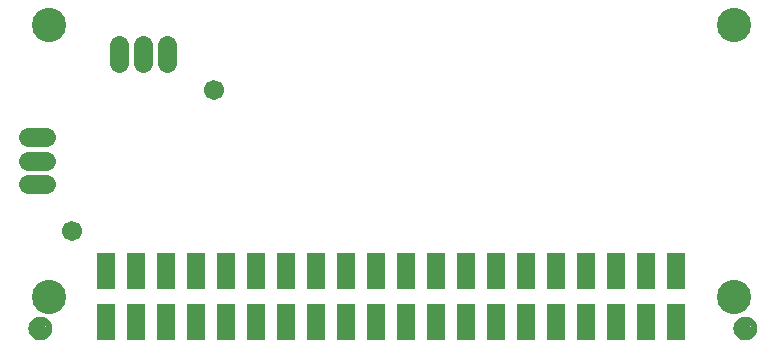
<source format=gbr>
G04 EAGLE Gerber RS-274X export*
G75*
%MOMM*%
%FSLAX34Y34*%
%LPD*%
%INSoldermask Bottom*%
%IPPOS*%
%AMOC8*
5,1,8,0,0,1.08239X$1,22.5*%
G01*
%ADD10C,2.901600*%
%ADD11R,1.625600X3.149600*%
%ADD12C,1.101600*%
%ADD13C,0.500000*%
%ADD14C,1.601600*%
%ADD15C,1.701600*%


D10*
X614605Y264720D03*
X614605Y34720D03*
X34605Y34720D03*
X34605Y264720D03*
D11*
X565909Y56326D03*
X565909Y13146D03*
X540509Y56326D03*
X540509Y13146D03*
X515109Y13146D03*
X515109Y56326D03*
X489709Y13146D03*
X489709Y56326D03*
X464309Y13146D03*
X464309Y56326D03*
X438909Y13146D03*
X438909Y56326D03*
X413509Y13146D03*
X413509Y56326D03*
X388109Y13146D03*
X388109Y56326D03*
X362709Y13146D03*
X362709Y56326D03*
X337309Y13146D03*
X337309Y56326D03*
X311909Y13146D03*
X311909Y56326D03*
X286509Y13146D03*
X286509Y56326D03*
X261109Y13146D03*
X261109Y56326D03*
X235709Y13146D03*
X235709Y56326D03*
X210309Y13146D03*
X210309Y56326D03*
X184909Y13146D03*
X184909Y56326D03*
X159509Y13146D03*
X159509Y56326D03*
X134109Y13146D03*
X134109Y56326D03*
X108709Y13146D03*
X108709Y56326D03*
X83309Y13146D03*
X83309Y56326D03*
D12*
X624205Y7620D03*
D13*
X616705Y7620D02*
X616707Y7439D01*
X616714Y7258D01*
X616725Y7077D01*
X616740Y6896D01*
X616760Y6716D01*
X616784Y6536D01*
X616812Y6357D01*
X616845Y6179D01*
X616882Y6002D01*
X616923Y5825D01*
X616968Y5650D01*
X617018Y5475D01*
X617072Y5302D01*
X617130Y5131D01*
X617192Y4960D01*
X617259Y4792D01*
X617329Y4625D01*
X617403Y4459D01*
X617482Y4296D01*
X617564Y4135D01*
X617650Y3975D01*
X617740Y3818D01*
X617834Y3663D01*
X617931Y3510D01*
X618033Y3360D01*
X618137Y3212D01*
X618246Y3066D01*
X618357Y2924D01*
X618473Y2784D01*
X618591Y2647D01*
X618713Y2512D01*
X618838Y2381D01*
X618966Y2253D01*
X619097Y2128D01*
X619232Y2006D01*
X619369Y1888D01*
X619509Y1772D01*
X619651Y1661D01*
X619797Y1552D01*
X619945Y1448D01*
X620095Y1346D01*
X620248Y1249D01*
X620403Y1155D01*
X620560Y1065D01*
X620720Y979D01*
X620881Y897D01*
X621044Y818D01*
X621210Y744D01*
X621377Y674D01*
X621545Y607D01*
X621716Y545D01*
X621887Y487D01*
X622060Y433D01*
X622235Y383D01*
X622410Y338D01*
X622587Y297D01*
X622764Y260D01*
X622942Y227D01*
X623121Y199D01*
X623301Y175D01*
X623481Y155D01*
X623662Y140D01*
X623843Y129D01*
X624024Y122D01*
X624205Y120D01*
X624386Y122D01*
X624567Y129D01*
X624748Y140D01*
X624929Y155D01*
X625109Y175D01*
X625289Y199D01*
X625468Y227D01*
X625646Y260D01*
X625823Y297D01*
X626000Y338D01*
X626175Y383D01*
X626350Y433D01*
X626523Y487D01*
X626694Y545D01*
X626865Y607D01*
X627033Y674D01*
X627200Y744D01*
X627366Y818D01*
X627529Y897D01*
X627690Y979D01*
X627850Y1065D01*
X628007Y1155D01*
X628162Y1249D01*
X628315Y1346D01*
X628465Y1448D01*
X628613Y1552D01*
X628759Y1661D01*
X628901Y1772D01*
X629041Y1888D01*
X629178Y2006D01*
X629313Y2128D01*
X629444Y2253D01*
X629572Y2381D01*
X629697Y2512D01*
X629819Y2647D01*
X629937Y2784D01*
X630053Y2924D01*
X630164Y3066D01*
X630273Y3212D01*
X630377Y3360D01*
X630479Y3510D01*
X630576Y3663D01*
X630670Y3818D01*
X630760Y3975D01*
X630846Y4135D01*
X630928Y4296D01*
X631007Y4459D01*
X631081Y4625D01*
X631151Y4792D01*
X631218Y4960D01*
X631280Y5131D01*
X631338Y5302D01*
X631392Y5475D01*
X631442Y5650D01*
X631487Y5825D01*
X631528Y6002D01*
X631565Y6179D01*
X631598Y6357D01*
X631626Y6536D01*
X631650Y6716D01*
X631670Y6896D01*
X631685Y7077D01*
X631696Y7258D01*
X631703Y7439D01*
X631705Y7620D01*
X631703Y7801D01*
X631696Y7982D01*
X631685Y8163D01*
X631670Y8344D01*
X631650Y8524D01*
X631626Y8704D01*
X631598Y8883D01*
X631565Y9061D01*
X631528Y9238D01*
X631487Y9415D01*
X631442Y9590D01*
X631392Y9765D01*
X631338Y9938D01*
X631280Y10109D01*
X631218Y10280D01*
X631151Y10448D01*
X631081Y10615D01*
X631007Y10781D01*
X630928Y10944D01*
X630846Y11105D01*
X630760Y11265D01*
X630670Y11422D01*
X630576Y11577D01*
X630479Y11730D01*
X630377Y11880D01*
X630273Y12028D01*
X630164Y12174D01*
X630053Y12316D01*
X629937Y12456D01*
X629819Y12593D01*
X629697Y12728D01*
X629572Y12859D01*
X629444Y12987D01*
X629313Y13112D01*
X629178Y13234D01*
X629041Y13352D01*
X628901Y13468D01*
X628759Y13579D01*
X628613Y13688D01*
X628465Y13792D01*
X628315Y13894D01*
X628162Y13991D01*
X628007Y14085D01*
X627850Y14175D01*
X627690Y14261D01*
X627529Y14343D01*
X627366Y14422D01*
X627200Y14496D01*
X627033Y14566D01*
X626865Y14633D01*
X626694Y14695D01*
X626523Y14753D01*
X626350Y14807D01*
X626175Y14857D01*
X626000Y14902D01*
X625823Y14943D01*
X625646Y14980D01*
X625468Y15013D01*
X625289Y15041D01*
X625109Y15065D01*
X624929Y15085D01*
X624748Y15100D01*
X624567Y15111D01*
X624386Y15118D01*
X624205Y15120D01*
X624024Y15118D01*
X623843Y15111D01*
X623662Y15100D01*
X623481Y15085D01*
X623301Y15065D01*
X623121Y15041D01*
X622942Y15013D01*
X622764Y14980D01*
X622587Y14943D01*
X622410Y14902D01*
X622235Y14857D01*
X622060Y14807D01*
X621887Y14753D01*
X621716Y14695D01*
X621545Y14633D01*
X621377Y14566D01*
X621210Y14496D01*
X621044Y14422D01*
X620881Y14343D01*
X620720Y14261D01*
X620560Y14175D01*
X620403Y14085D01*
X620248Y13991D01*
X620095Y13894D01*
X619945Y13792D01*
X619797Y13688D01*
X619651Y13579D01*
X619509Y13468D01*
X619369Y13352D01*
X619232Y13234D01*
X619097Y13112D01*
X618966Y12987D01*
X618838Y12859D01*
X618713Y12728D01*
X618591Y12593D01*
X618473Y12456D01*
X618357Y12316D01*
X618246Y12174D01*
X618137Y12028D01*
X618033Y11880D01*
X617931Y11730D01*
X617834Y11577D01*
X617740Y11422D01*
X617650Y11265D01*
X617564Y11105D01*
X617482Y10944D01*
X617403Y10781D01*
X617329Y10615D01*
X617259Y10448D01*
X617192Y10280D01*
X617130Y10109D01*
X617072Y9938D01*
X617018Y9765D01*
X616968Y9590D01*
X616923Y9415D01*
X616882Y9238D01*
X616845Y9061D01*
X616812Y8883D01*
X616784Y8704D01*
X616760Y8524D01*
X616740Y8344D01*
X616725Y8163D01*
X616714Y7982D01*
X616707Y7801D01*
X616705Y7620D01*
D12*
X27305Y7620D03*
D13*
X19805Y7620D02*
X19807Y7439D01*
X19814Y7258D01*
X19825Y7077D01*
X19840Y6896D01*
X19860Y6716D01*
X19884Y6536D01*
X19912Y6357D01*
X19945Y6179D01*
X19982Y6002D01*
X20023Y5825D01*
X20068Y5650D01*
X20118Y5475D01*
X20172Y5302D01*
X20230Y5131D01*
X20292Y4960D01*
X20359Y4792D01*
X20429Y4625D01*
X20503Y4459D01*
X20582Y4296D01*
X20664Y4135D01*
X20750Y3975D01*
X20840Y3818D01*
X20934Y3663D01*
X21031Y3510D01*
X21133Y3360D01*
X21237Y3212D01*
X21346Y3066D01*
X21457Y2924D01*
X21573Y2784D01*
X21691Y2647D01*
X21813Y2512D01*
X21938Y2381D01*
X22066Y2253D01*
X22197Y2128D01*
X22332Y2006D01*
X22469Y1888D01*
X22609Y1772D01*
X22751Y1661D01*
X22897Y1552D01*
X23045Y1448D01*
X23195Y1346D01*
X23348Y1249D01*
X23503Y1155D01*
X23660Y1065D01*
X23820Y979D01*
X23981Y897D01*
X24144Y818D01*
X24310Y744D01*
X24477Y674D01*
X24645Y607D01*
X24816Y545D01*
X24987Y487D01*
X25160Y433D01*
X25335Y383D01*
X25510Y338D01*
X25687Y297D01*
X25864Y260D01*
X26042Y227D01*
X26221Y199D01*
X26401Y175D01*
X26581Y155D01*
X26762Y140D01*
X26943Y129D01*
X27124Y122D01*
X27305Y120D01*
X27486Y122D01*
X27667Y129D01*
X27848Y140D01*
X28029Y155D01*
X28209Y175D01*
X28389Y199D01*
X28568Y227D01*
X28746Y260D01*
X28923Y297D01*
X29100Y338D01*
X29275Y383D01*
X29450Y433D01*
X29623Y487D01*
X29794Y545D01*
X29965Y607D01*
X30133Y674D01*
X30300Y744D01*
X30466Y818D01*
X30629Y897D01*
X30790Y979D01*
X30950Y1065D01*
X31107Y1155D01*
X31262Y1249D01*
X31415Y1346D01*
X31565Y1448D01*
X31713Y1552D01*
X31859Y1661D01*
X32001Y1772D01*
X32141Y1888D01*
X32278Y2006D01*
X32413Y2128D01*
X32544Y2253D01*
X32672Y2381D01*
X32797Y2512D01*
X32919Y2647D01*
X33037Y2784D01*
X33153Y2924D01*
X33264Y3066D01*
X33373Y3212D01*
X33477Y3360D01*
X33579Y3510D01*
X33676Y3663D01*
X33770Y3818D01*
X33860Y3975D01*
X33946Y4135D01*
X34028Y4296D01*
X34107Y4459D01*
X34181Y4625D01*
X34251Y4792D01*
X34318Y4960D01*
X34380Y5131D01*
X34438Y5302D01*
X34492Y5475D01*
X34542Y5650D01*
X34587Y5825D01*
X34628Y6002D01*
X34665Y6179D01*
X34698Y6357D01*
X34726Y6536D01*
X34750Y6716D01*
X34770Y6896D01*
X34785Y7077D01*
X34796Y7258D01*
X34803Y7439D01*
X34805Y7620D01*
X34803Y7801D01*
X34796Y7982D01*
X34785Y8163D01*
X34770Y8344D01*
X34750Y8524D01*
X34726Y8704D01*
X34698Y8883D01*
X34665Y9061D01*
X34628Y9238D01*
X34587Y9415D01*
X34542Y9590D01*
X34492Y9765D01*
X34438Y9938D01*
X34380Y10109D01*
X34318Y10280D01*
X34251Y10448D01*
X34181Y10615D01*
X34107Y10781D01*
X34028Y10944D01*
X33946Y11105D01*
X33860Y11265D01*
X33770Y11422D01*
X33676Y11577D01*
X33579Y11730D01*
X33477Y11880D01*
X33373Y12028D01*
X33264Y12174D01*
X33153Y12316D01*
X33037Y12456D01*
X32919Y12593D01*
X32797Y12728D01*
X32672Y12859D01*
X32544Y12987D01*
X32413Y13112D01*
X32278Y13234D01*
X32141Y13352D01*
X32001Y13468D01*
X31859Y13579D01*
X31713Y13688D01*
X31565Y13792D01*
X31415Y13894D01*
X31262Y13991D01*
X31107Y14085D01*
X30950Y14175D01*
X30790Y14261D01*
X30629Y14343D01*
X30466Y14422D01*
X30300Y14496D01*
X30133Y14566D01*
X29965Y14633D01*
X29794Y14695D01*
X29623Y14753D01*
X29450Y14807D01*
X29275Y14857D01*
X29100Y14902D01*
X28923Y14943D01*
X28746Y14980D01*
X28568Y15013D01*
X28389Y15041D01*
X28209Y15065D01*
X28029Y15085D01*
X27848Y15100D01*
X27667Y15111D01*
X27486Y15118D01*
X27305Y15120D01*
X27124Y15118D01*
X26943Y15111D01*
X26762Y15100D01*
X26581Y15085D01*
X26401Y15065D01*
X26221Y15041D01*
X26042Y15013D01*
X25864Y14980D01*
X25687Y14943D01*
X25510Y14902D01*
X25335Y14857D01*
X25160Y14807D01*
X24987Y14753D01*
X24816Y14695D01*
X24645Y14633D01*
X24477Y14566D01*
X24310Y14496D01*
X24144Y14422D01*
X23981Y14343D01*
X23820Y14261D01*
X23660Y14175D01*
X23503Y14085D01*
X23348Y13991D01*
X23195Y13894D01*
X23045Y13792D01*
X22897Y13688D01*
X22751Y13579D01*
X22609Y13468D01*
X22469Y13352D01*
X22332Y13234D01*
X22197Y13112D01*
X22066Y12987D01*
X21938Y12859D01*
X21813Y12728D01*
X21691Y12593D01*
X21573Y12456D01*
X21457Y12316D01*
X21346Y12174D01*
X21237Y12028D01*
X21133Y11880D01*
X21031Y11730D01*
X20934Y11577D01*
X20840Y11422D01*
X20750Y11265D01*
X20664Y11105D01*
X20582Y10944D01*
X20503Y10781D01*
X20429Y10615D01*
X20359Y10448D01*
X20292Y10280D01*
X20230Y10109D01*
X20172Y9938D01*
X20118Y9765D01*
X20068Y9590D01*
X20023Y9415D01*
X19982Y9238D01*
X19945Y9061D01*
X19912Y8883D01*
X19884Y8704D01*
X19860Y8524D01*
X19840Y8344D01*
X19825Y8163D01*
X19814Y7982D01*
X19807Y7801D01*
X19805Y7620D01*
D14*
X16800Y149860D02*
X31800Y149860D01*
X31800Y129860D02*
X16800Y129860D01*
X16800Y169860D02*
X31800Y169860D01*
X94300Y232360D02*
X94300Y247360D01*
X114300Y247360D02*
X114300Y232360D01*
X134300Y232360D02*
X134300Y247360D01*
D15*
X54300Y89860D03*
X174300Y209860D03*
M02*

</source>
